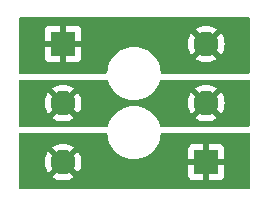
<source format=gbr>
%TF.GenerationSoftware,KiCad,Pcbnew,8.0.6-8.0.6-0~ubuntu22.04.1*%
%TF.CreationDate,2025-01-28T14:04:11+10:30*%
%TF.ProjectId,wetmate,7765746d-6174-4652-9e6b-696361645f70,rev?*%
%TF.SameCoordinates,Original*%
%TF.FileFunction,Copper,L2,Bot*%
%TF.FilePolarity,Positive*%
%FSLAX46Y46*%
G04 Gerber Fmt 4.6, Leading zero omitted, Abs format (unit mm)*
G04 Created by KiCad (PCBNEW 8.0.6-8.0.6-0~ubuntu22.04.1) date 2025-01-28 14:04:11*
%MOMM*%
%LPD*%
G01*
G04 APERTURE LIST*
%TA.AperFunction,ComponentPad*%
%ADD10R,2.100000X2.100000*%
%TD*%
%TA.AperFunction,ComponentPad*%
%ADD11C,2.100000*%
%TD*%
G04 APERTURE END LIST*
D10*
%TO.P,J1,1,Pin_1*%
%TO.N,/Vdd*%
X109000000Y-67500000D03*
D11*
%TO.P,J1,2,Pin_2*%
%TO.N,/Signal*%
X109000000Y-72500000D03*
%TO.P,J1,3,Pin_3*%
%TO.N,/Vss*%
X109000000Y-77500000D03*
%TD*%
D10*
%TO.P,J2,1,Pin_1*%
%TO.N,/Vss*%
X121112500Y-77500000D03*
D11*
%TO.P,J2,2,Pin_2*%
%TO.N,/Signal*%
X121112500Y-72500000D03*
%TO.P,J2,3,Pin_3*%
%TO.N,/Vdd*%
X121112500Y-67500000D03*
%TD*%
%TA.AperFunction,Conductor*%
%TO.N,/Vdd*%
G36*
X124792539Y-65270185D02*
G01*
X124838294Y-65322989D01*
X124849500Y-65374500D01*
X124849500Y-69876000D01*
X124829815Y-69943039D01*
X124777011Y-69988794D01*
X124725500Y-70000000D01*
X117371467Y-70000000D01*
X117304428Y-69980315D01*
X117258673Y-69927511D01*
X117247733Y-69884115D01*
X117236034Y-69705620D01*
X117178481Y-69416278D01*
X117083652Y-69136923D01*
X116953172Y-68872336D01*
X116789273Y-68627043D01*
X116746655Y-68578447D01*
X116594758Y-68405241D01*
X116372955Y-68210725D01*
X116127667Y-68046829D01*
X116127660Y-68046825D01*
X115863080Y-67916349D01*
X115583730Y-67821521D01*
X115583724Y-67821519D01*
X115583722Y-67821519D01*
X115294380Y-67763966D01*
X115294373Y-67763965D01*
X115294363Y-67763964D01*
X115000007Y-67744671D01*
X114999993Y-67744671D01*
X114705636Y-67763964D01*
X114705624Y-67763965D01*
X114705620Y-67763966D01*
X114705612Y-67763967D01*
X114705609Y-67763968D01*
X114416283Y-67821518D01*
X114416269Y-67821521D01*
X114136919Y-67916349D01*
X113872334Y-68046828D01*
X113627041Y-68210728D01*
X113405241Y-68405241D01*
X113210728Y-68627041D01*
X113046828Y-68872334D01*
X112916349Y-69136919D01*
X112821521Y-69416269D01*
X112821519Y-69416277D01*
X112821519Y-69416278D01*
X112763966Y-69705620D01*
X112752266Y-69884113D01*
X112728241Y-69949718D01*
X112672557Y-69991922D01*
X112628533Y-70000000D01*
X105374500Y-70000000D01*
X105307461Y-69980315D01*
X105261706Y-69927511D01*
X105250500Y-69876000D01*
X105250500Y-66402155D01*
X107450000Y-66402155D01*
X107450000Y-67250000D01*
X108345879Y-67250000D01*
X108326901Y-67295818D01*
X108300000Y-67431056D01*
X108300000Y-67568944D01*
X108326901Y-67704182D01*
X108345879Y-67750000D01*
X107450000Y-67750000D01*
X107450000Y-68597844D01*
X107456401Y-68657372D01*
X107456403Y-68657379D01*
X107506645Y-68792086D01*
X107506649Y-68792093D01*
X107592809Y-68907187D01*
X107592812Y-68907190D01*
X107707906Y-68993350D01*
X107707913Y-68993354D01*
X107842620Y-69043596D01*
X107842627Y-69043598D01*
X107902155Y-69049999D01*
X107902172Y-69050000D01*
X108750000Y-69050000D01*
X108750000Y-68154120D01*
X108795818Y-68173099D01*
X108931056Y-68200000D01*
X109068944Y-68200000D01*
X109204182Y-68173099D01*
X109250000Y-68154120D01*
X109250000Y-69050000D01*
X110097828Y-69050000D01*
X110097844Y-69049999D01*
X110157372Y-69043598D01*
X110157379Y-69043596D01*
X110292086Y-68993354D01*
X110292093Y-68993350D01*
X110407187Y-68907190D01*
X110407190Y-68907187D01*
X110493350Y-68792093D01*
X110493354Y-68792086D01*
X110543596Y-68657379D01*
X110543598Y-68657372D01*
X110549999Y-68597844D01*
X110550000Y-68597827D01*
X110550000Y-67750000D01*
X109654121Y-67750000D01*
X109673099Y-67704182D01*
X109700000Y-67568944D01*
X109700000Y-67500000D01*
X119557707Y-67500000D01*
X119576848Y-67743219D01*
X119633803Y-67980457D01*
X119727168Y-68205861D01*
X119851004Y-68407941D01*
X120473189Y-67785755D01*
X120492168Y-67831574D01*
X120568774Y-67946224D01*
X120666276Y-68043726D01*
X120780926Y-68120332D01*
X120826742Y-68139309D01*
X120204557Y-68761494D01*
X120406638Y-68885331D01*
X120632042Y-68978696D01*
X120869280Y-69035651D01*
X120869279Y-69035651D01*
X121112500Y-69054792D01*
X121355719Y-69035651D01*
X121592957Y-68978696D01*
X121818361Y-68885331D01*
X122020441Y-68761495D01*
X122020441Y-68761494D01*
X121398257Y-68139309D01*
X121444074Y-68120332D01*
X121558724Y-68043726D01*
X121656226Y-67946224D01*
X121732832Y-67831574D01*
X121751809Y-67785756D01*
X122373994Y-68407941D01*
X122373995Y-68407941D01*
X122497831Y-68205861D01*
X122591196Y-67980457D01*
X122648151Y-67743219D01*
X122667292Y-67500000D01*
X122648151Y-67256780D01*
X122591196Y-67019542D01*
X122497831Y-66794138D01*
X122373994Y-66592057D01*
X121751809Y-67214242D01*
X121732832Y-67168426D01*
X121656226Y-67053776D01*
X121558724Y-66956274D01*
X121444074Y-66879668D01*
X121398256Y-66860689D01*
X122020441Y-66238504D01*
X121818361Y-66114668D01*
X121592957Y-66021303D01*
X121355719Y-65964348D01*
X121355720Y-65964348D01*
X121112500Y-65945207D01*
X120869280Y-65964348D01*
X120632042Y-66021303D01*
X120406638Y-66114668D01*
X120204557Y-66238504D01*
X120826743Y-66860689D01*
X120780926Y-66879668D01*
X120666276Y-66956274D01*
X120568774Y-67053776D01*
X120492168Y-67168426D01*
X120473190Y-67214243D01*
X119851004Y-66592057D01*
X119727168Y-66794138D01*
X119633803Y-67019542D01*
X119576848Y-67256780D01*
X119557707Y-67500000D01*
X109700000Y-67500000D01*
X109700000Y-67431056D01*
X109673099Y-67295818D01*
X109654121Y-67250000D01*
X110550000Y-67250000D01*
X110550000Y-66402172D01*
X110549999Y-66402155D01*
X110543598Y-66342627D01*
X110543596Y-66342620D01*
X110493354Y-66207913D01*
X110493350Y-66207906D01*
X110407190Y-66092812D01*
X110407187Y-66092809D01*
X110292093Y-66006649D01*
X110292086Y-66006645D01*
X110157379Y-65956403D01*
X110157372Y-65956401D01*
X110097844Y-65950000D01*
X109250000Y-65950000D01*
X109250000Y-66845879D01*
X109204182Y-66826901D01*
X109068944Y-66800000D01*
X108931056Y-66800000D01*
X108795818Y-66826901D01*
X108750000Y-66845879D01*
X108750000Y-65950000D01*
X107902155Y-65950000D01*
X107842627Y-65956401D01*
X107842620Y-65956403D01*
X107707913Y-66006645D01*
X107707906Y-66006649D01*
X107592812Y-66092809D01*
X107592809Y-66092812D01*
X107506649Y-66207906D01*
X107506645Y-66207913D01*
X107456403Y-66342620D01*
X107456401Y-66342627D01*
X107450000Y-66402155D01*
X105250500Y-66402155D01*
X105250500Y-65374500D01*
X105270185Y-65307461D01*
X105322989Y-65261706D01*
X105374500Y-65250500D01*
X124725500Y-65250500D01*
X124792539Y-65270185D01*
G37*
%TD.AperFunction*%
%TD*%
%TA.AperFunction,Conductor*%
%TO.N,/Signal*%
G36*
X117314732Y-70497342D02*
G01*
X117371467Y-70505500D01*
X117371470Y-70505500D01*
X124725500Y-70505500D01*
X124792539Y-70525185D01*
X124838294Y-70577989D01*
X124849500Y-70629500D01*
X124849500Y-74370500D01*
X124829815Y-74437539D01*
X124777011Y-74483294D01*
X124725500Y-74494500D01*
X117371458Y-74494500D01*
X117307282Y-74500340D01*
X117238735Y-74486811D01*
X117188383Y-74438370D01*
X117178627Y-74416709D01*
X117178481Y-74416278D01*
X117083652Y-74136923D01*
X116953172Y-73872336D01*
X116789273Y-73627043D01*
X116746655Y-73578447D01*
X116594758Y-73405241D01*
X116372955Y-73210725D01*
X116127667Y-73046829D01*
X116127660Y-73046825D01*
X115863080Y-72916349D01*
X115583730Y-72821521D01*
X115583724Y-72821519D01*
X115583722Y-72821519D01*
X115294380Y-72763966D01*
X115294373Y-72763965D01*
X115294363Y-72763964D01*
X115000007Y-72744671D01*
X114999993Y-72744671D01*
X114705636Y-72763964D01*
X114705624Y-72763965D01*
X114705620Y-72763966D01*
X114705612Y-72763967D01*
X114705609Y-72763968D01*
X114416283Y-72821518D01*
X114416269Y-72821521D01*
X114136919Y-72916349D01*
X113872334Y-73046828D01*
X113627041Y-73210728D01*
X113405241Y-73405241D01*
X113210728Y-73627041D01*
X113046828Y-73872334D01*
X112916349Y-74136919D01*
X112820330Y-74419777D01*
X112780141Y-74476931D01*
X112715431Y-74503284D01*
X112685266Y-74502656D01*
X112628536Y-74494500D01*
X112628533Y-74494500D01*
X105374500Y-74494500D01*
X105307461Y-74474815D01*
X105261706Y-74422011D01*
X105250500Y-74370500D01*
X105250500Y-72500000D01*
X107445207Y-72500000D01*
X107464348Y-72743219D01*
X107521303Y-72980457D01*
X107614668Y-73205861D01*
X107738504Y-73407941D01*
X108360689Y-72785755D01*
X108379668Y-72831574D01*
X108456274Y-72946224D01*
X108553776Y-73043726D01*
X108668426Y-73120332D01*
X108714242Y-73139309D01*
X108092057Y-73761494D01*
X108294138Y-73885331D01*
X108519542Y-73978696D01*
X108756780Y-74035651D01*
X108756779Y-74035651D01*
X109000000Y-74054792D01*
X109243219Y-74035651D01*
X109480457Y-73978696D01*
X109705861Y-73885331D01*
X109907941Y-73761495D01*
X109907941Y-73761494D01*
X109285757Y-73139309D01*
X109331574Y-73120332D01*
X109446224Y-73043726D01*
X109543726Y-72946224D01*
X109620332Y-72831574D01*
X109639309Y-72785756D01*
X110261494Y-73407941D01*
X110261495Y-73407941D01*
X110385331Y-73205861D01*
X110478696Y-72980457D01*
X110535651Y-72743219D01*
X110554792Y-72500000D01*
X119557707Y-72500000D01*
X119576848Y-72743219D01*
X119633803Y-72980457D01*
X119727168Y-73205861D01*
X119851004Y-73407941D01*
X120473189Y-72785755D01*
X120492168Y-72831574D01*
X120568774Y-72946224D01*
X120666276Y-73043726D01*
X120780926Y-73120332D01*
X120826742Y-73139309D01*
X120204557Y-73761494D01*
X120406638Y-73885331D01*
X120632042Y-73978696D01*
X120869280Y-74035651D01*
X120869279Y-74035651D01*
X121112500Y-74054792D01*
X121355719Y-74035651D01*
X121592957Y-73978696D01*
X121818361Y-73885331D01*
X122020441Y-73761495D01*
X122020441Y-73761494D01*
X121398257Y-73139309D01*
X121444074Y-73120332D01*
X121558724Y-73043726D01*
X121656226Y-72946224D01*
X121732832Y-72831574D01*
X121751809Y-72785756D01*
X122373994Y-73407941D01*
X122373995Y-73407941D01*
X122497831Y-73205861D01*
X122591196Y-72980457D01*
X122648151Y-72743219D01*
X122667292Y-72500000D01*
X122648151Y-72256780D01*
X122591196Y-72019542D01*
X122497831Y-71794138D01*
X122373994Y-71592057D01*
X121751809Y-72214242D01*
X121732832Y-72168426D01*
X121656226Y-72053776D01*
X121558724Y-71956274D01*
X121444074Y-71879668D01*
X121398256Y-71860689D01*
X122020441Y-71238504D01*
X121818361Y-71114668D01*
X121592957Y-71021303D01*
X121355719Y-70964348D01*
X121355720Y-70964348D01*
X121112500Y-70945207D01*
X120869280Y-70964348D01*
X120632042Y-71021303D01*
X120406638Y-71114668D01*
X120204557Y-71238504D01*
X120826743Y-71860689D01*
X120780926Y-71879668D01*
X120666276Y-71956274D01*
X120568774Y-72053776D01*
X120492168Y-72168426D01*
X120473190Y-72214243D01*
X119851004Y-71592057D01*
X119727168Y-71794138D01*
X119633803Y-72019542D01*
X119576848Y-72256780D01*
X119557707Y-72500000D01*
X110554792Y-72500000D01*
X110535651Y-72256780D01*
X110478696Y-72019542D01*
X110385331Y-71794138D01*
X110261494Y-71592057D01*
X109639309Y-72214242D01*
X109620332Y-72168426D01*
X109543726Y-72053776D01*
X109446224Y-71956274D01*
X109331574Y-71879668D01*
X109285756Y-71860689D01*
X109907941Y-71238504D01*
X109705861Y-71114668D01*
X109480457Y-71021303D01*
X109243219Y-70964348D01*
X109243220Y-70964348D01*
X109000000Y-70945207D01*
X108756780Y-70964348D01*
X108519542Y-71021303D01*
X108294138Y-71114668D01*
X108092057Y-71238504D01*
X108714243Y-71860689D01*
X108668426Y-71879668D01*
X108553776Y-71956274D01*
X108456274Y-72053776D01*
X108379668Y-72168426D01*
X108360690Y-72214243D01*
X107738504Y-71592057D01*
X107614668Y-71794138D01*
X107521303Y-72019542D01*
X107464348Y-72256780D01*
X107445207Y-72500000D01*
X105250500Y-72500000D01*
X105250500Y-70629500D01*
X105270185Y-70562461D01*
X105322989Y-70516706D01*
X105374500Y-70505500D01*
X112628525Y-70505500D01*
X112628533Y-70505500D01*
X112692719Y-70499659D01*
X112761263Y-70513187D01*
X112811615Y-70561627D01*
X112821372Y-70583290D01*
X112916349Y-70863080D01*
X113046825Y-71127660D01*
X113046829Y-71127667D01*
X113210725Y-71372955D01*
X113405241Y-71594758D01*
X113627044Y-71789274D01*
X113872332Y-71953170D01*
X113872335Y-71953172D01*
X114136923Y-72083652D01*
X114416278Y-72178481D01*
X114705620Y-72236034D01*
X114733888Y-72237886D01*
X114999993Y-72255329D01*
X115000000Y-72255329D01*
X115000007Y-72255329D01*
X115235675Y-72239881D01*
X115294380Y-72236034D01*
X115583722Y-72178481D01*
X115863077Y-72083652D01*
X116127665Y-71953172D01*
X116372957Y-71789273D01*
X116594758Y-71594758D01*
X116789273Y-71372957D01*
X116953172Y-71127665D01*
X117083652Y-70863077D01*
X117178481Y-70583722D01*
X117178481Y-70583721D01*
X117179669Y-70580222D01*
X117219858Y-70523068D01*
X117284567Y-70496715D01*
X117314732Y-70497342D01*
G37*
%TD.AperFunction*%
%TD*%
%TA.AperFunction,Conductor*%
%TO.N,/Vss*%
G36*
X112695572Y-75019685D02*
G01*
X112741327Y-75072489D01*
X112752266Y-75115884D01*
X112763966Y-75294378D01*
X112763968Y-75294390D01*
X112821518Y-75583716D01*
X112821521Y-75583730D01*
X112916349Y-75863080D01*
X113046825Y-76127660D01*
X113046829Y-76127667D01*
X113210725Y-76372955D01*
X113405241Y-76594758D01*
X113627044Y-76789274D01*
X113872332Y-76953170D01*
X113872335Y-76953172D01*
X114136923Y-77083652D01*
X114416278Y-77178481D01*
X114705620Y-77236034D01*
X114733888Y-77237886D01*
X114999993Y-77255329D01*
X115000000Y-77255329D01*
X115000007Y-77255329D01*
X115235675Y-77239881D01*
X115294380Y-77236034D01*
X115583722Y-77178481D01*
X115863077Y-77083652D01*
X116127665Y-76953172D01*
X116372957Y-76789273D01*
X116594758Y-76594758D01*
X116763667Y-76402155D01*
X119562500Y-76402155D01*
X119562500Y-77250000D01*
X120458379Y-77250000D01*
X120439401Y-77295818D01*
X120412500Y-77431056D01*
X120412500Y-77568944D01*
X120439401Y-77704182D01*
X120458379Y-77750000D01*
X119562500Y-77750000D01*
X119562500Y-78597844D01*
X119568901Y-78657372D01*
X119568903Y-78657379D01*
X119619145Y-78792086D01*
X119619149Y-78792093D01*
X119705309Y-78907187D01*
X119705312Y-78907190D01*
X119820406Y-78993350D01*
X119820413Y-78993354D01*
X119955120Y-79043596D01*
X119955127Y-79043598D01*
X120014655Y-79049999D01*
X120014672Y-79050000D01*
X120862500Y-79050000D01*
X120862500Y-78154120D01*
X120908318Y-78173099D01*
X121043556Y-78200000D01*
X121181444Y-78200000D01*
X121316682Y-78173099D01*
X121362500Y-78154120D01*
X121362500Y-79050000D01*
X122210328Y-79050000D01*
X122210344Y-79049999D01*
X122269872Y-79043598D01*
X122269879Y-79043596D01*
X122404586Y-78993354D01*
X122404593Y-78993350D01*
X122519687Y-78907190D01*
X122519690Y-78907187D01*
X122605850Y-78792093D01*
X122605854Y-78792086D01*
X122656096Y-78657379D01*
X122656098Y-78657372D01*
X122662499Y-78597844D01*
X122662500Y-78597827D01*
X122662500Y-77750000D01*
X121766621Y-77750000D01*
X121785599Y-77704182D01*
X121812500Y-77568944D01*
X121812500Y-77431056D01*
X121785599Y-77295818D01*
X121766621Y-77250000D01*
X122662500Y-77250000D01*
X122662500Y-76402172D01*
X122662499Y-76402155D01*
X122656098Y-76342627D01*
X122656096Y-76342620D01*
X122605854Y-76207913D01*
X122605850Y-76207906D01*
X122519690Y-76092812D01*
X122519687Y-76092809D01*
X122404593Y-76006649D01*
X122404586Y-76006645D01*
X122269879Y-75956403D01*
X122269872Y-75956401D01*
X122210344Y-75950000D01*
X121362500Y-75950000D01*
X121362500Y-76845879D01*
X121316682Y-76826901D01*
X121181444Y-76800000D01*
X121043556Y-76800000D01*
X120908318Y-76826901D01*
X120862500Y-76845879D01*
X120862500Y-75950000D01*
X120014655Y-75950000D01*
X119955127Y-75956401D01*
X119955120Y-75956403D01*
X119820413Y-76006645D01*
X119820406Y-76006649D01*
X119705312Y-76092809D01*
X119705309Y-76092812D01*
X119619149Y-76207906D01*
X119619145Y-76207913D01*
X119568903Y-76342620D01*
X119568901Y-76342627D01*
X119562500Y-76402155D01*
X116763667Y-76402155D01*
X116789273Y-76372957D01*
X116953172Y-76127665D01*
X117083652Y-75863077D01*
X117178481Y-75583722D01*
X117236034Y-75294380D01*
X117247733Y-75115886D01*
X117271759Y-75050282D01*
X117327443Y-75008078D01*
X117371467Y-75000000D01*
X124725500Y-75000000D01*
X124792539Y-75019685D01*
X124838294Y-75072489D01*
X124849500Y-75124000D01*
X124849500Y-79625500D01*
X124829815Y-79692539D01*
X124777011Y-79738294D01*
X124725500Y-79749500D01*
X105374500Y-79749500D01*
X105307461Y-79729815D01*
X105261706Y-79677011D01*
X105250500Y-79625500D01*
X105250500Y-77500000D01*
X107445207Y-77500000D01*
X107464348Y-77743219D01*
X107521303Y-77980457D01*
X107614668Y-78205861D01*
X107738504Y-78407941D01*
X108360689Y-77785755D01*
X108379668Y-77831574D01*
X108456274Y-77946224D01*
X108553776Y-78043726D01*
X108668426Y-78120332D01*
X108714242Y-78139309D01*
X108092057Y-78761494D01*
X108294138Y-78885331D01*
X108519542Y-78978696D01*
X108756780Y-79035651D01*
X108756779Y-79035651D01*
X109000000Y-79054792D01*
X109243219Y-79035651D01*
X109480457Y-78978696D01*
X109705861Y-78885331D01*
X109907941Y-78761495D01*
X109907941Y-78761494D01*
X109285757Y-78139309D01*
X109331574Y-78120332D01*
X109446224Y-78043726D01*
X109543726Y-77946224D01*
X109620332Y-77831574D01*
X109639309Y-77785756D01*
X110261494Y-78407941D01*
X110261495Y-78407941D01*
X110385331Y-78205861D01*
X110478696Y-77980457D01*
X110535651Y-77743219D01*
X110554792Y-77500000D01*
X110535651Y-77256780D01*
X110478696Y-77019542D01*
X110385331Y-76794138D01*
X110261494Y-76592057D01*
X109639309Y-77214242D01*
X109620332Y-77168426D01*
X109543726Y-77053776D01*
X109446224Y-76956274D01*
X109331574Y-76879668D01*
X109285756Y-76860689D01*
X109907941Y-76238504D01*
X109705861Y-76114668D01*
X109480457Y-76021303D01*
X109243219Y-75964348D01*
X109243220Y-75964348D01*
X109000000Y-75945207D01*
X108756780Y-75964348D01*
X108519542Y-76021303D01*
X108294138Y-76114668D01*
X108092057Y-76238504D01*
X108714243Y-76860689D01*
X108668426Y-76879668D01*
X108553776Y-76956274D01*
X108456274Y-77053776D01*
X108379668Y-77168426D01*
X108360690Y-77214243D01*
X107738504Y-76592057D01*
X107614668Y-76794138D01*
X107521303Y-77019542D01*
X107464348Y-77256780D01*
X107445207Y-77500000D01*
X105250500Y-77500000D01*
X105250500Y-75124000D01*
X105270185Y-75056961D01*
X105322989Y-75011206D01*
X105374500Y-75000000D01*
X112628533Y-75000000D01*
X112695572Y-75019685D01*
G37*
%TD.AperFunction*%
%TD*%
M02*

</source>
